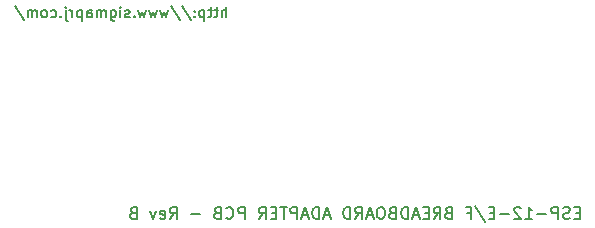
<source format=gbr>
G04 #@! TF.GenerationSoftware,KiCad,Pcbnew,5.0.2+dfsg1-1*
G04 #@! TF.CreationDate,2021-01-06T22:48:14+01:00*
G04 #@! TF.ProjectId,esp_12e_proto_board,6573705f-3132-4655-9f70-726f746f5f62,B*
G04 #@! TF.SameCoordinates,Original*
G04 #@! TF.FileFunction,Legend,Bot*
G04 #@! TF.FilePolarity,Positive*
%FSLAX46Y46*%
G04 Gerber Fmt 4.6, Leading zero omitted, Abs format (unit mm)*
G04 Created by KiCad (PCBNEW 5.0.2+dfsg1-1) date Wed 06 Jan 2021 10:48:14 PM CET*
%MOMM*%
%LPD*%
G01*
G04 APERTURE LIST*
%ADD10C,0.160000*%
G04 APERTURE END LIST*
D10*
X143699714Y-93625142D02*
X143699714Y-92725142D01*
X143314000Y-93625142D02*
X143314000Y-93153714D01*
X143356857Y-93068000D01*
X143442571Y-93025142D01*
X143571142Y-93025142D01*
X143656857Y-93068000D01*
X143699714Y-93110857D01*
X143014000Y-93025142D02*
X142671142Y-93025142D01*
X142885428Y-92725142D02*
X142885428Y-93496571D01*
X142842571Y-93582285D01*
X142756857Y-93625142D01*
X142671142Y-93625142D01*
X142499714Y-93025142D02*
X142156857Y-93025142D01*
X142371142Y-92725142D02*
X142371142Y-93496571D01*
X142328285Y-93582285D01*
X142242571Y-93625142D01*
X142156857Y-93625142D01*
X141856857Y-93025142D02*
X141856857Y-93925142D01*
X141856857Y-93068000D02*
X141771142Y-93025142D01*
X141599714Y-93025142D01*
X141514000Y-93068000D01*
X141471142Y-93110857D01*
X141428285Y-93196571D01*
X141428285Y-93453714D01*
X141471142Y-93539428D01*
X141514000Y-93582285D01*
X141599714Y-93625142D01*
X141771142Y-93625142D01*
X141856857Y-93582285D01*
X141042571Y-93539428D02*
X140999714Y-93582285D01*
X141042571Y-93625142D01*
X141085428Y-93582285D01*
X141042571Y-93539428D01*
X141042571Y-93625142D01*
X141042571Y-93068000D02*
X140999714Y-93110857D01*
X141042571Y-93153714D01*
X141085428Y-93110857D01*
X141042571Y-93068000D01*
X141042571Y-93153714D01*
X139971142Y-92682285D02*
X140742571Y-93839428D01*
X139028285Y-92682285D02*
X139799714Y-93839428D01*
X138814000Y-93025142D02*
X138642571Y-93625142D01*
X138471142Y-93196571D01*
X138299714Y-93625142D01*
X138128285Y-93025142D01*
X137871142Y-93025142D02*
X137699714Y-93625142D01*
X137528285Y-93196571D01*
X137356857Y-93625142D01*
X137185428Y-93025142D01*
X136928285Y-93025142D02*
X136756857Y-93625142D01*
X136585428Y-93196571D01*
X136414000Y-93625142D01*
X136242571Y-93025142D01*
X135899714Y-93539428D02*
X135856857Y-93582285D01*
X135899714Y-93625142D01*
X135942571Y-93582285D01*
X135899714Y-93539428D01*
X135899714Y-93625142D01*
X135514000Y-93582285D02*
X135428285Y-93625142D01*
X135256857Y-93625142D01*
X135171142Y-93582285D01*
X135128285Y-93496571D01*
X135128285Y-93453714D01*
X135171142Y-93368000D01*
X135256857Y-93325142D01*
X135385428Y-93325142D01*
X135471142Y-93282285D01*
X135514000Y-93196571D01*
X135514000Y-93153714D01*
X135471142Y-93068000D01*
X135385428Y-93025142D01*
X135256857Y-93025142D01*
X135171142Y-93068000D01*
X134742571Y-93625142D02*
X134742571Y-93025142D01*
X134742571Y-92725142D02*
X134785428Y-92768000D01*
X134742571Y-92810857D01*
X134699714Y-92768000D01*
X134742571Y-92725142D01*
X134742571Y-92810857D01*
X133928285Y-93025142D02*
X133928285Y-93753714D01*
X133971142Y-93839428D01*
X134014000Y-93882285D01*
X134099714Y-93925142D01*
X134228285Y-93925142D01*
X134314000Y-93882285D01*
X133928285Y-93582285D02*
X134014000Y-93625142D01*
X134185428Y-93625142D01*
X134271142Y-93582285D01*
X134314000Y-93539428D01*
X134356857Y-93453714D01*
X134356857Y-93196571D01*
X134314000Y-93110857D01*
X134271142Y-93068000D01*
X134185428Y-93025142D01*
X134014000Y-93025142D01*
X133928285Y-93068000D01*
X133499714Y-93625142D02*
X133499714Y-93025142D01*
X133499714Y-93110857D02*
X133456857Y-93068000D01*
X133371142Y-93025142D01*
X133242571Y-93025142D01*
X133156857Y-93068000D01*
X133114000Y-93153714D01*
X133114000Y-93625142D01*
X133114000Y-93153714D02*
X133071142Y-93068000D01*
X132985428Y-93025142D01*
X132856857Y-93025142D01*
X132771142Y-93068000D01*
X132728285Y-93153714D01*
X132728285Y-93625142D01*
X131914000Y-93625142D02*
X131914000Y-93153714D01*
X131956857Y-93068000D01*
X132042571Y-93025142D01*
X132214000Y-93025142D01*
X132299714Y-93068000D01*
X131914000Y-93582285D02*
X131999714Y-93625142D01*
X132214000Y-93625142D01*
X132299714Y-93582285D01*
X132342571Y-93496571D01*
X132342571Y-93410857D01*
X132299714Y-93325142D01*
X132214000Y-93282285D01*
X131999714Y-93282285D01*
X131914000Y-93239428D01*
X131485428Y-93025142D02*
X131485428Y-93925142D01*
X131485428Y-93068000D02*
X131399714Y-93025142D01*
X131228285Y-93025142D01*
X131142571Y-93068000D01*
X131099714Y-93110857D01*
X131056857Y-93196571D01*
X131056857Y-93453714D01*
X131099714Y-93539428D01*
X131142571Y-93582285D01*
X131228285Y-93625142D01*
X131399714Y-93625142D01*
X131485428Y-93582285D01*
X130671142Y-93625142D02*
X130671142Y-93025142D01*
X130671142Y-93196571D02*
X130628285Y-93110857D01*
X130585428Y-93068000D01*
X130499714Y-93025142D01*
X130414000Y-93025142D01*
X130114000Y-93025142D02*
X130114000Y-93796571D01*
X130156857Y-93882285D01*
X130242571Y-93925142D01*
X130285428Y-93925142D01*
X130114000Y-92725142D02*
X130156857Y-92768000D01*
X130114000Y-92810857D01*
X130071142Y-92768000D01*
X130114000Y-92725142D01*
X130114000Y-92810857D01*
X129685428Y-93539428D02*
X129642571Y-93582285D01*
X129685428Y-93625142D01*
X129728285Y-93582285D01*
X129685428Y-93539428D01*
X129685428Y-93625142D01*
X128871142Y-93582285D02*
X128956857Y-93625142D01*
X129128285Y-93625142D01*
X129214000Y-93582285D01*
X129256857Y-93539428D01*
X129299714Y-93453714D01*
X129299714Y-93196571D01*
X129256857Y-93110857D01*
X129214000Y-93068000D01*
X129128285Y-93025142D01*
X128956857Y-93025142D01*
X128871142Y-93068000D01*
X128356857Y-93625142D02*
X128442571Y-93582285D01*
X128485428Y-93539428D01*
X128528285Y-93453714D01*
X128528285Y-93196571D01*
X128485428Y-93110857D01*
X128442571Y-93068000D01*
X128356857Y-93025142D01*
X128228285Y-93025142D01*
X128142571Y-93068000D01*
X128099714Y-93110857D01*
X128056857Y-93196571D01*
X128056857Y-93453714D01*
X128099714Y-93539428D01*
X128142571Y-93582285D01*
X128228285Y-93625142D01*
X128356857Y-93625142D01*
X127671142Y-93625142D02*
X127671142Y-93025142D01*
X127671142Y-93110857D02*
X127628285Y-93068000D01*
X127542571Y-93025142D01*
X127414000Y-93025142D01*
X127328285Y-93068000D01*
X127285428Y-93153714D01*
X127285428Y-93625142D01*
X127285428Y-93153714D02*
X127242571Y-93068000D01*
X127156857Y-93025142D01*
X127028285Y-93025142D01*
X126942571Y-93068000D01*
X126899714Y-93153714D01*
X126899714Y-93625142D01*
X125828285Y-92682285D02*
X126599714Y-93839428D01*
X173647904Y-110164571D02*
X173314571Y-110164571D01*
X173171714Y-110688380D02*
X173647904Y-110688380D01*
X173647904Y-109688380D01*
X173171714Y-109688380D01*
X172790761Y-110640761D02*
X172647904Y-110688380D01*
X172409809Y-110688380D01*
X172314571Y-110640761D01*
X172266952Y-110593142D01*
X172219333Y-110497904D01*
X172219333Y-110402666D01*
X172266952Y-110307428D01*
X172314571Y-110259809D01*
X172409809Y-110212190D01*
X172600285Y-110164571D01*
X172695523Y-110116952D01*
X172743142Y-110069333D01*
X172790761Y-109974095D01*
X172790761Y-109878857D01*
X172743142Y-109783619D01*
X172695523Y-109736000D01*
X172600285Y-109688380D01*
X172362190Y-109688380D01*
X172219333Y-109736000D01*
X171790761Y-110688380D02*
X171790761Y-109688380D01*
X171409809Y-109688380D01*
X171314571Y-109736000D01*
X171266952Y-109783619D01*
X171219333Y-109878857D01*
X171219333Y-110021714D01*
X171266952Y-110116952D01*
X171314571Y-110164571D01*
X171409809Y-110212190D01*
X171790761Y-110212190D01*
X170790761Y-110307428D02*
X170028857Y-110307428D01*
X169028857Y-110688380D02*
X169600285Y-110688380D01*
X169314571Y-110688380D02*
X169314571Y-109688380D01*
X169409809Y-109831238D01*
X169505047Y-109926476D01*
X169600285Y-109974095D01*
X168647904Y-109783619D02*
X168600285Y-109736000D01*
X168505047Y-109688380D01*
X168266952Y-109688380D01*
X168171714Y-109736000D01*
X168124095Y-109783619D01*
X168076476Y-109878857D01*
X168076476Y-109974095D01*
X168124095Y-110116952D01*
X168695523Y-110688380D01*
X168076476Y-110688380D01*
X167647904Y-110307428D02*
X166886000Y-110307428D01*
X166409809Y-110164571D02*
X166076476Y-110164571D01*
X165933619Y-110688380D02*
X166409809Y-110688380D01*
X166409809Y-109688380D01*
X165933619Y-109688380D01*
X164790761Y-109640761D02*
X165647904Y-110926476D01*
X164124095Y-110164571D02*
X164457428Y-110164571D01*
X164457428Y-110688380D02*
X164457428Y-109688380D01*
X163981238Y-109688380D01*
X162505047Y-110164571D02*
X162362190Y-110212190D01*
X162314571Y-110259809D01*
X162266952Y-110355047D01*
X162266952Y-110497904D01*
X162314571Y-110593142D01*
X162362190Y-110640761D01*
X162457428Y-110688380D01*
X162838380Y-110688380D01*
X162838380Y-109688380D01*
X162505047Y-109688380D01*
X162409809Y-109736000D01*
X162362190Y-109783619D01*
X162314571Y-109878857D01*
X162314571Y-109974095D01*
X162362190Y-110069333D01*
X162409809Y-110116952D01*
X162505047Y-110164571D01*
X162838380Y-110164571D01*
X161266952Y-110688380D02*
X161600285Y-110212190D01*
X161838380Y-110688380D02*
X161838380Y-109688380D01*
X161457428Y-109688380D01*
X161362190Y-109736000D01*
X161314571Y-109783619D01*
X161266952Y-109878857D01*
X161266952Y-110021714D01*
X161314571Y-110116952D01*
X161362190Y-110164571D01*
X161457428Y-110212190D01*
X161838380Y-110212190D01*
X160838380Y-110164571D02*
X160505047Y-110164571D01*
X160362190Y-110688380D02*
X160838380Y-110688380D01*
X160838380Y-109688380D01*
X160362190Y-109688380D01*
X159981238Y-110402666D02*
X159505047Y-110402666D01*
X160076476Y-110688380D02*
X159743142Y-109688380D01*
X159409809Y-110688380D01*
X159076476Y-110688380D02*
X159076476Y-109688380D01*
X158838380Y-109688380D01*
X158695523Y-109736000D01*
X158600285Y-109831238D01*
X158552666Y-109926476D01*
X158505047Y-110116952D01*
X158505047Y-110259809D01*
X158552666Y-110450285D01*
X158600285Y-110545523D01*
X158695523Y-110640761D01*
X158838380Y-110688380D01*
X159076476Y-110688380D01*
X157743142Y-110164571D02*
X157600285Y-110212190D01*
X157552666Y-110259809D01*
X157505047Y-110355047D01*
X157505047Y-110497904D01*
X157552666Y-110593142D01*
X157600285Y-110640761D01*
X157695523Y-110688380D01*
X158076476Y-110688380D01*
X158076476Y-109688380D01*
X157743142Y-109688380D01*
X157647904Y-109736000D01*
X157600285Y-109783619D01*
X157552666Y-109878857D01*
X157552666Y-109974095D01*
X157600285Y-110069333D01*
X157647904Y-110116952D01*
X157743142Y-110164571D01*
X158076476Y-110164571D01*
X156886000Y-109688380D02*
X156695523Y-109688380D01*
X156600285Y-109736000D01*
X156505047Y-109831238D01*
X156457428Y-110021714D01*
X156457428Y-110355047D01*
X156505047Y-110545523D01*
X156600285Y-110640761D01*
X156695523Y-110688380D01*
X156886000Y-110688380D01*
X156981238Y-110640761D01*
X157076476Y-110545523D01*
X157124095Y-110355047D01*
X157124095Y-110021714D01*
X157076476Y-109831238D01*
X156981238Y-109736000D01*
X156886000Y-109688380D01*
X156076476Y-110402666D02*
X155600285Y-110402666D01*
X156171714Y-110688380D02*
X155838380Y-109688380D01*
X155505047Y-110688380D01*
X154600285Y-110688380D02*
X154933619Y-110212190D01*
X155171714Y-110688380D02*
X155171714Y-109688380D01*
X154790761Y-109688380D01*
X154695523Y-109736000D01*
X154647904Y-109783619D01*
X154600285Y-109878857D01*
X154600285Y-110021714D01*
X154647904Y-110116952D01*
X154695523Y-110164571D01*
X154790761Y-110212190D01*
X155171714Y-110212190D01*
X154171714Y-110688380D02*
X154171714Y-109688380D01*
X153933619Y-109688380D01*
X153790761Y-109736000D01*
X153695523Y-109831238D01*
X153647904Y-109926476D01*
X153600285Y-110116952D01*
X153600285Y-110259809D01*
X153647904Y-110450285D01*
X153695523Y-110545523D01*
X153790761Y-110640761D01*
X153933619Y-110688380D01*
X154171714Y-110688380D01*
X152457428Y-110402666D02*
X151981238Y-110402666D01*
X152552666Y-110688380D02*
X152219333Y-109688380D01*
X151886000Y-110688380D01*
X151552666Y-110688380D02*
X151552666Y-109688380D01*
X151314571Y-109688380D01*
X151171714Y-109736000D01*
X151076476Y-109831238D01*
X151028857Y-109926476D01*
X150981238Y-110116952D01*
X150981238Y-110259809D01*
X151028857Y-110450285D01*
X151076476Y-110545523D01*
X151171714Y-110640761D01*
X151314571Y-110688380D01*
X151552666Y-110688380D01*
X150600285Y-110402666D02*
X150124095Y-110402666D01*
X150695523Y-110688380D02*
X150362190Y-109688380D01*
X150028857Y-110688380D01*
X149695523Y-110688380D02*
X149695523Y-109688380D01*
X149314571Y-109688380D01*
X149219333Y-109736000D01*
X149171714Y-109783619D01*
X149124095Y-109878857D01*
X149124095Y-110021714D01*
X149171714Y-110116952D01*
X149219333Y-110164571D01*
X149314571Y-110212190D01*
X149695523Y-110212190D01*
X148838380Y-109688380D02*
X148266952Y-109688380D01*
X148552666Y-110688380D02*
X148552666Y-109688380D01*
X147933619Y-110164571D02*
X147600285Y-110164571D01*
X147457428Y-110688380D02*
X147933619Y-110688380D01*
X147933619Y-109688380D01*
X147457428Y-109688380D01*
X146457428Y-110688380D02*
X146790761Y-110212190D01*
X147028857Y-110688380D02*
X147028857Y-109688380D01*
X146647904Y-109688380D01*
X146552666Y-109736000D01*
X146505047Y-109783619D01*
X146457428Y-109878857D01*
X146457428Y-110021714D01*
X146505047Y-110116952D01*
X146552666Y-110164571D01*
X146647904Y-110212190D01*
X147028857Y-110212190D01*
X145266952Y-110688380D02*
X145266952Y-109688380D01*
X144886000Y-109688380D01*
X144790761Y-109736000D01*
X144743142Y-109783619D01*
X144695523Y-109878857D01*
X144695523Y-110021714D01*
X144743142Y-110116952D01*
X144790761Y-110164571D01*
X144886000Y-110212190D01*
X145266952Y-110212190D01*
X143695523Y-110593142D02*
X143743142Y-110640761D01*
X143886000Y-110688380D01*
X143981238Y-110688380D01*
X144124095Y-110640761D01*
X144219333Y-110545523D01*
X144266952Y-110450285D01*
X144314571Y-110259809D01*
X144314571Y-110116952D01*
X144266952Y-109926476D01*
X144219333Y-109831238D01*
X144124095Y-109736000D01*
X143981238Y-109688380D01*
X143886000Y-109688380D01*
X143743142Y-109736000D01*
X143695523Y-109783619D01*
X142933619Y-110164571D02*
X142790761Y-110212190D01*
X142743142Y-110259809D01*
X142695523Y-110355047D01*
X142695523Y-110497904D01*
X142743142Y-110593142D01*
X142790761Y-110640761D01*
X142886000Y-110688380D01*
X143266952Y-110688380D01*
X143266952Y-109688380D01*
X142933619Y-109688380D01*
X142838380Y-109736000D01*
X142790761Y-109783619D01*
X142743142Y-109878857D01*
X142743142Y-109974095D01*
X142790761Y-110069333D01*
X142838380Y-110116952D01*
X142933619Y-110164571D01*
X143266952Y-110164571D01*
X141505047Y-110307428D02*
X140743142Y-110307428D01*
X138933619Y-110688380D02*
X139266952Y-110212190D01*
X139505047Y-110688380D02*
X139505047Y-109688380D01*
X139124095Y-109688380D01*
X139028857Y-109736000D01*
X138981238Y-109783619D01*
X138933619Y-109878857D01*
X138933619Y-110021714D01*
X138981238Y-110116952D01*
X139028857Y-110164571D01*
X139124095Y-110212190D01*
X139505047Y-110212190D01*
X138124095Y-110640761D02*
X138219333Y-110688380D01*
X138409809Y-110688380D01*
X138505047Y-110640761D01*
X138552666Y-110545523D01*
X138552666Y-110164571D01*
X138505047Y-110069333D01*
X138409809Y-110021714D01*
X138219333Y-110021714D01*
X138124095Y-110069333D01*
X138076476Y-110164571D01*
X138076476Y-110259809D01*
X138552666Y-110355047D01*
X137743142Y-110021714D02*
X137505047Y-110688380D01*
X137266952Y-110021714D01*
X135790761Y-110164571D02*
X135647904Y-110212190D01*
X135600285Y-110259809D01*
X135552666Y-110355047D01*
X135552666Y-110497904D01*
X135600285Y-110593142D01*
X135647904Y-110640761D01*
X135743142Y-110688380D01*
X136124095Y-110688380D01*
X136124095Y-109688380D01*
X135790761Y-109688380D01*
X135695523Y-109736000D01*
X135647904Y-109783619D01*
X135600285Y-109878857D01*
X135600285Y-109974095D01*
X135647904Y-110069333D01*
X135695523Y-110116952D01*
X135790761Y-110164571D01*
X136124095Y-110164571D01*
M02*

</source>
